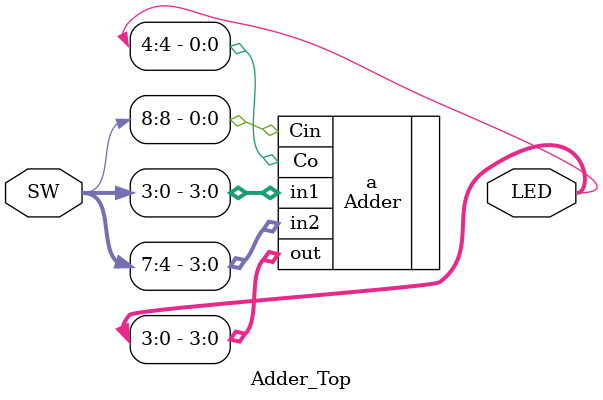
<source format=v>
`timescale 1ns / 1ps


module Adder_Top(
    input [8:0] SW,
    output [4:0] LED
    );
    
    Adder a(.in1(SW[3:0]), .in2(SW[7:4]), .Cin(SW[8]), .out(LED[3:0]), .Co(LED[4]));
    
endmodule

</source>
